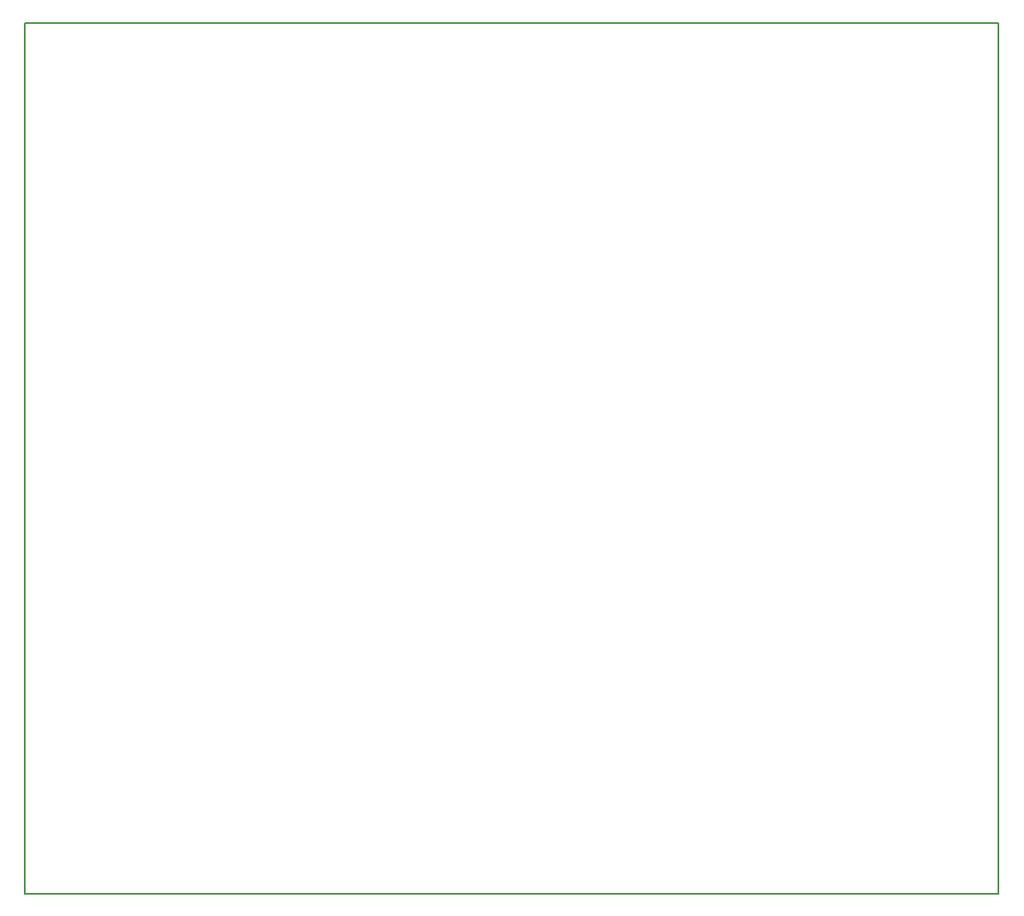
<source format=gbr>
G04 DipTrace 3.2.0.1*
G04 BoardOutline.gbr*
%MOIN*%
G04 #@! TF.FileFunction,Profile*
G04 #@! TF.Part,Single*
%ADD11C,0.005512*%
%FSLAX26Y26*%
G04*
G70*
G90*
G75*
G01*
G04 BoardOutline*
%LPD*%
X394000Y3794000D2*
D11*
X4194000D1*
Y394000D1*
X394000D1*
Y3794000D1*
M02*

</source>
